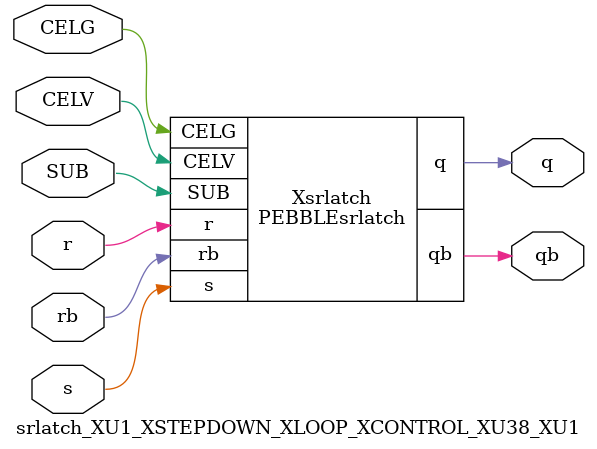
<source format=v>



module PEBBLEsrlatch ( q, qb, CELG, CELV, SUB, r, rb, s );

  input CELV;
  input s;
  output q;
  input rb;
  input r;
  input SUB;
  input CELG;
  output qb;
endmodule

//Celera Confidential Do Not Copy srlatch_XU1_XSTEPDOWN_XLOOP_XCONTROL_XU38_XU1
//Celera Confidential Symbol Generator
//SR Latch
module srlatch_XU1_XSTEPDOWN_XLOOP_XCONTROL_XU38_XU1 (CELV,CELG,s,r,rb,q,qb,SUB);
input CELV;
input CELG;
input s;
input r;
input rb;
input SUB;
output q;
output qb;

//Celera Confidential Do Not Copy srlatch
PEBBLEsrlatch Xsrlatch(
.CELV (CELV),
.r (r),
.s (s),
.q (q),
.qb (qb),
.rb (rb),
.SUB (SUB),
.CELG (CELG)
);
//,diesize,PEBBLEsrlatch

//Celera Confidential Do Not Copy Module End
//Celera Schematic Generator
endmodule

</source>
